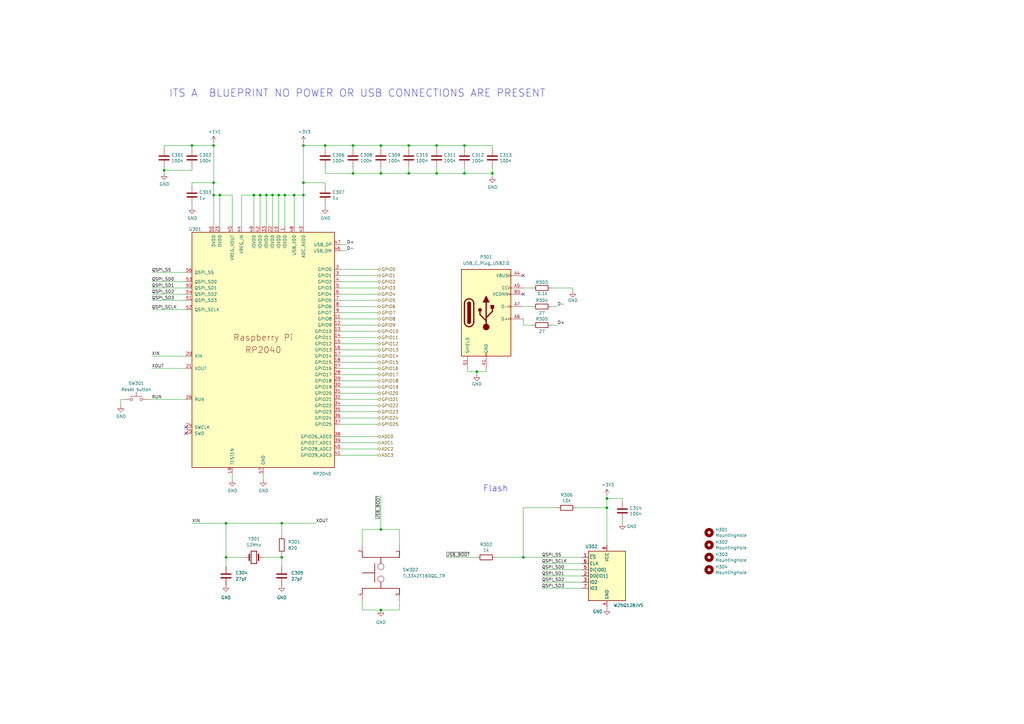
<source format=kicad_sch>
(kicad_sch (version 20250114) (generator "eeschema") (generator_version "9.0")
  (paper "A3")
  (lib_symbols
    (symbol "Connector:USB_C_Plug_USB2.0" (pin_names (offset 1.016))
      (property "Reference" "P" (at -10.16 19.05 0))
      (property "Value" "USB_C_Plug_USB2.0" (at 12.7 19.05 0))
      (symbol "USB_C_Plug_USB2.0_0_0"
        (rectangle (start -0.254 -17.78) (end 0.254 -16.764))
        (rectangle (start 10.16 15.494) (end 9.144 14.986))
        (rectangle (start 10.16 10.414) (end 9.144 9.906))
        (rectangle (start 10.16 7.874) (end 9.144 7.366))
        (rectangle (start 10.16 2.794) (end 9.144 2.286))
        (rectangle (start 10.16 -2.286) (end 9.144 -2.794))
      )
      (symbol "USB_C_Plug_USB2.0_0_1"
        (rectangle (start -10.16 17.78) (end 10.16 -17.78) (stroke (width 0.254)) (fill (type background)))
        (polyline (pts (xy -8.89 -3.81) (xy -8.89 3.81)) (stroke (width 0.508)))
        (rectangle (start -7.62 -3.81) (end -6.35 3.81) (stroke (width 0.254)) (fill (type outline)))
        (arc (start -7.62 3.81) (mid -6.985 4.4423) (end -6.35 3.81) (stroke (width 0.254)))
        (arc (start -7.62 3.81) (mid -6.985 4.4423) (end -6.35 3.81) (stroke (width 0.254)) (fill (type outline)))
        (arc (start -8.89 3.81) (mid -6.985 5.7067) (end -5.08 3.81) (stroke (width 0.508)))
        (arc (start -5.08 -3.81) (mid -6.985 -5.7067) (end -8.89 -3.81) (stroke (width 0.508)))
        (arc (start -6.35 -3.81) (mid -6.985 -4.4423) (end -7.62 -3.81) (stroke (width 0.254)))
        (arc (start -6.35 -3.81) (mid -6.985 -4.4423) (end -7.62 -3.81) (stroke (width 0.254)) (fill (type outline)))
        (polyline (pts (xy -5.08 3.81) (xy -5.08 -3.81)) (stroke (width 0.508)))
        (circle (center -2.54 1.143) (radius 0.635) (stroke (width 0.254)) (fill (type outline)))
        (polyline (pts (xy -1.27 4.318) (xy 0 6.858) (xy 1.27 4.318) (xy -1.27 4.318)) (stroke (width 0.254)) (fill (type outline)))
        (polyline (pts (xy 0 -2.032) (xy 2.54 0.508) (xy 2.54 1.778)) (stroke (width 0.508)))
        (polyline (pts (xy 0 -3.302) (xy -2.54 -0.762) (xy -2.54 0.508)) (stroke (width 0.508)))
        (polyline (pts (xy 0 -5.842) (xy 0 4.318)) (stroke (width 0.508)))
        (circle (center 0 -5.842) (radius 1.27) (fill (type outline)))
        (rectangle (start 1.905 1.778) (end 3.175 3.048) (stroke (width 0.254)) (fill (type outline)))
      )
      (symbol "USB_C_Plug_USB2.0_1_1"
        (pin passive line (at -7.62 -22.86 90) (length 5.08) (name "SHIELD") (number "S1"))
        (pin passive line (at 0 -22.86 90) (length 5.08) (name "GND") (number "A1"))
        (pin passive line (at 0 -22.86 90) (length 5.08) (hide yes) (name "GND") (number "A12"))
        (pin passive line (at 0 -22.86 90) (length 5.08) (hide yes) (name "GND") (number "B1"))
        (pin passive line (at 0 -22.86 90) (length 5.08) (hide yes) (name "GND") (number "B12"))
        (pin passive line (at 15.24 15.24 180) (length 5.08) (name "VBUS") (number "A4"))
        (pin passive line (at 15.24 15.24 180) (length 5.08) (hide yes) (name "VBUS") (number "A9"))
        (pin passive line (at 15.24 15.24 180) (length 5.08) (hide yes) (name "VBUS") (number "B4"))
        (pin passive line (at 15.24 15.24 180) (length 5.08) (hide yes) (name "VBUS") (number "B9"))
        (pin bidirectional line (at 15.24 10.16 180) (length 5.08) (name "CC") (number "A5"))
        (pin bidirectional line (at 15.24 7.62 180) (length 5.08) (name "VCONN") (number "B5"))
        (pin bidirectional line (at 15.24 2.54 180) (length 5.08) (name "D-") (number "A7"))
        (pin bidirectional line (at 15.24 -2.54 180) (length 5.08) (name "D+") (number "A6"))
      )
    )
    (symbol "Device:C" (pin_numbers (hide yes)) (pin_names (offset 0.254))
      (property "Reference" "C" (at 0.635 2.54 0))
      (property "Value" "C" (at 0.635 -2.54 0))
      (symbol "C_0_1"
        (polyline (pts (xy -2.032 0.762) (xy 2.032 0.762)) (stroke (width 0.508)))
        (polyline (pts (xy -2.032 -0.762) (xy 2.032 -0.762)) (stroke (width 0.508)))
      )
      (symbol "C_1_1"
        (pin passive line (at 0 3.81 270) (length 2.794) (name "~") (number "1"))
        (pin passive line (at 0 -3.81 90) (length 2.794) (name "~") (number "2"))
      )
    )
    (symbol "Device:Crystal" (pin_numbers (hide yes)) (pin_names (offset 1.016) (hide yes))
      (property "Reference" "Y" (at 0 3.81 0))
      (property "Value" "Crystal" (at 0 -3.81 0))
      (symbol "Crystal_0_1"
        (polyline (pts (xy -2.54 0) (xy -1.905 0)))
        (polyline (pts (xy -1.905 -1.27) (xy -1.905 1.27)) (stroke (width 0.508)))
        (rectangle (start -1.143 2.54) (end 1.143 -2.54) (stroke (width 0.3048)))
        (polyline (pts (xy 1.905 -1.27) (xy 1.905 1.27)) (stroke (width 0.508)))
        (polyline (pts (xy 2.54 0) (xy 1.905 0)))
      )
      (symbol "Crystal_1_1"
        (pin passive line (at -3.81 0 0) (length 1.27) (name "1") (number "1"))
        (pin passive line (at 3.81 0 180) (length 1.27) (name "2") (number "2"))
      )
    )
    (symbol "Device:R" (pin_numbers (hide yes)) (pin_names (offset 0))
      (property "Reference" "R" (at 2.032 0 90))
      (property "Value" "R" (at 0 0 90))
      (symbol "R_0_1"
        (rectangle (start -1.016 -2.54) (end 1.016 2.54) (stroke (width 0.254)))
      )
      (symbol "R_1_1"
        (pin passive line (at 0 3.81 270) (length 1.27) (name "~") (number "1"))
        (pin passive line (at 0 -3.81 90) (length 1.27) (name "~") (number "2"))
      )
    )
    (symbol "GND_1" (power) (pin_numbers (hide yes)) (pin_names (offset 0) (hide yes))
      (property "Value" "GND" (at 0 -3.81 0))
      (symbol "GND_1_0_1"
        (polyline (pts (xy 0 0) (xy 0 -1.27) (xy 1.27 -1.27) (xy 0 -2.54) (xy -1.27 -1.27) (xy 0 -1.27)))
      )
      (symbol "GND_1_1_1"
        (pin power_in line (at 0 0 270) (length 0) (name "~") (number "1"))
      )
    )
    (symbol "GND_2" (power) (pin_numbers (hide yes)) (pin_names (offset 0) (hide yes))
      (property "Value" "GND" (at 0 -3.81 0))
      (symbol "GND_2_0_1"
        (polyline (pts (xy 0 0) (xy 0 -1.27) (xy 1.27 -1.27) (xy 0 -2.54) (xy -1.27 -1.27) (xy 0 -1.27)))
      )
      (symbol "GND_2_1_1"
        (pin power_in line (at 0 0 270) (length 0) (name "~") (number "1"))
      )
    )
    (symbol "MCU_RaspberryPi_RP2040:RP2040" (pin_names (offset 1.016))
      (property "Reference" "U" (at -29.21 49.53 0))
      (property "Value" "RP2040" (at 24.13 -49.53 0))
      (symbol "RP2040_0_0"
        (text "Raspberry Pi" (at 0 5.08 0) (effects (font (size 2.54 2.54))))
        (text "RP2040" (at 0 0 0) (effects (font (size 2.54 2.54))))
      )
      (symbol "RP2040_0_1"
        (rectangle (start 29.21 48.26) (end -29.21 -48.26) (stroke (width 0.254)) (fill (type background)))
      )
      (symbol "RP2040_1_1"
        (pin bidirectional line (at -31.75 31.75 0) (length 2.54) (name "QSPI_SS") (number "56"))
        (pin bidirectional line (at -31.75 27.94 0) (length 2.54) (name "QSPI_SD0") (number "53"))
        (pin bidirectional line (at -31.75 25.4 0) (length 2.54) (name "QSPI_SD1") (number "55"))
        (pin bidirectional line (at -31.75 22.86 0) (length 2.54) (name "QSPI_SD2") (number "54"))
        (pin bidirectional line (at -31.75 20.32 0) (length 2.54) (name "QSPI_SD3") (number "51"))
        (pin output line (at -31.75 16.51 0) (length 2.54) (name "QSPI_SCLK") (number "52"))
        (pin input line (at -31.75 -2.54 0) (length 2.54) (name "XIN") (number "20"))
        (pin passive line (at -31.75 -7.62 0) (length 2.54) (name "XOUT") (number "21"))
        (pin input line (at -31.75 -20.32 0) (length 2.54) (name "RUN") (number "26"))
        (pin output line (at -31.75 -31.75 0) (length 2.54) (name "SWCLK") (number "24"))
        (pin bidirectional line (at -31.75 -34.29 0) (length 2.54) (name "SWD") (number "25"))
        (pin power_in line (at -20.32 50.8 270) (length 2.54) (name "DVDD") (number "50"))
        (pin power_in line (at -17.78 50.8 270) (length 2.54) (name "DVDD") (number "23"))
        (pin power_out line (at -12.7 50.8 270) (length 2.54) (name "VREG_VOUT") (number "45"))
        (pin passive line (at -12.7 -50.8 90) (length 2.54) (name "TESTEN") (number "19"))
        (pin power_in line (at -8.89 50.8 270) (length 2.54) (name "VREG_IN") (number "44"))
        (pin power_in line (at -3.81 50.8 270) (length 2.54) (name "IOVDD") (number "49"))
        (pin power_in line (at -1.27 50.8 270) (length 2.54) (name "IOVDD") (number "42"))
        (pin power_in line (at 0 -50.8 90) (length 2.54) (name "GND") (number "57"))
        (pin power_in line (at 1.27 50.8 270) (length 2.54) (name "IOVDD") (number "33"))
        (pin power_in line (at 3.81 50.8 270) (length 2.54) (name "IOVDD") (number "22"))
        (pin power_in line (at 6.35 50.8 270) (length 2.54) (name "IOVDD") (number "10"))
        (pin power_in line (at 8.89 50.8 270) (length 2.54) (name "IOVDD") (number "1"))
        (pin power_in line (at 12.7 50.8 270) (length 2.54) (name "USB_VDD") (number "48"))
        (pin power_in line (at 16.51 50.8 270) (length 2.54) (name "ADC_AVDD") (number "43"))
        (pin bidirectional line (at 31.75 43.18 180) (length 2.54) (name "USB_DP") (number "47"))
        (pin bidirectional line (at 31.75 40.64 180) (length 2.54) (name "USB_DM") (number "46"))
        (pin bidirectional line (at 31.75 33.02 180) (length 2.54) (name "GPIO0") (number "2"))
        (pin bidirectional line (at 31.75 30.48 180) (length 2.54) (name "GPIO1") (number "3"))
        (pin bidirectional line (at 31.75 27.94 180) (length 2.54) (name "GPIO2") (number "4"))
        (pin bidirectional line (at 31.75 25.4 180) (length 2.54) (name "GPIO3") (number "5"))
        (pin bidirectional line (at 31.75 22.86 180) (length 2.54) (name "GPIO4") (number "6"))
        (pin bidirectional line (at 31.75 20.32 180) (length 2.54) (name "GPIO5") (number "7"))
        (pin bidirectional line (at 31.75 17.78 180) (length 2.54) (name "GPIO6") (number "8"))
        (pin bidirectional line (at 31.75 15.24 180) (length 2.54) (name "GPIO7") (number "9"))
        (pin bidirectional line (at 31.75 12.7 180) (length 2.54) (name "GPIO8") (number "11"))
        (pin bidirectional line (at 31.75 10.16 180) (length 2.54) (name "GPIO9") (number "12"))
        (pin bidirectional line (at 31.75 7.62 180) (length 2.54) (name "GPIO10") (number "13"))
        (pin bidirectional line (at 31.75 5.08 180) (length 2.54) (name "GPIO11") (number "14"))
        (pin bidirectional line (at 31.75 2.54 180) (length 2.54) (name "GPIO12") (number "15"))
        (pin bidirectional line (at 31.75 0 180) (length 2.54) (name "GPIO13") (number "16"))
        (pin bidirectional line (at 31.75 -2.54 180) (length 2.54) (name "GPIO14") (number "17"))
        (pin bidirectional line (at 31.75 -5.08 180) (length 2.54) (name "GPIO15") (number "18"))
        (pin bidirectional line (at 31.75 -7.62 180) (length 2.54) (name "GPIO16") (number "27"))
        (pin bidirectional line (at 31.75 -10.16 180) (length 2.54) (name "GPIO17") (number "28"))
        (pin bidirectional line (at 31.75 -12.7 180) (length 2.54) (name "GPIO18") (number "29"))
        (pin bidirectional line (at 31.75 -15.24 180) (length 2.54) (name "GPIO19") (number "30"))
        (pin bidirectional line (at 31.75 -17.78 180) (length 2.54) (name "GPIO20") (number "31"))
        (pin bidirectional line (at 31.75 -20.32 180) (length 2.54) (name "GPIO21") (number "32"))
        (pin bidirectional line (at 31.75 -22.86 180) (length 2.54) (name "GPIO22") (number "34"))
        (pin bidirectional line (at 31.75 -25.4 180) (length 2.54) (name "GPIO23") (number "35"))
        (pin bidirectional line (at 31.75 -27.94 180) (length 2.54) (name "GPIO24") (number "36"))
        (pin bidirectional line (at 31.75 -30.48 180) (length 2.54) (name "GPIO25") (number "37"))
        (pin bidirectional line (at 31.75 -35.56 180) (length 2.54) (name "GPIO26_ADC0") (number "38"))
        (pin bidirectional line (at 31.75 -38.1 180) (length 2.54) (name "GPIO27_ADC1") (number "39"))
        (pin bidirectional line (at 31.75 -40.64 180) (length 2.54) (name "GPIO28_ADC2") (number "40"))
        (pin bidirectional line (at 31.75 -43.18 180) (length 2.54) (name "GPIO29_ADC3") (number "41"))
      )
    )
    (symbol "Mechanical:MountingHole" (pin_names (offset 1.016))
      (property "Reference" "H" (at 0 5.08 0))
      (property "Value" "MountingHole" (at 0 3.175 0))
      (symbol "MountingHole_0_1"
        (circle (center 0 0) (radius 1.27) (stroke (width 1.27)))
      )
    )
    (symbol "Memory_Flash:W25Q128JVS"
      (property "Reference" "U" (at -8.89 8.89 0))
      (property "Value" "W25Q128JVS" (at 7.62 8.89 0))
      (symbol "W25Q128JVS_0_1"
        (rectangle (start -7.62 10.16) (end 7.62 -10.16) (stroke (width 0.254)) (fill (type background)))
      )
      (symbol "W25Q128JVS_1_1"
        (pin input line (at -10.16 7.62 0) (length 2.54) (name "~{CS}") (number "1"))
        (pin input line (at -10.16 5.08 0) (length 2.54) (name "CLK") (number "6"))
        (pin bidirectional line (at -10.16 2.54 0) (length 2.54) (name "DI(IO0)") (number "5"))
        (pin bidirectional line (at -10.16 0 0) (length 2.54) (name "DO(IO1)") (number "2"))
        (pin bidirectional line (at -10.16 -2.54 0) (length 2.54) (name "IO2") (number "3"))
        (pin bidirectional line (at -10.16 -5.08 0) (length 2.54) (name "IO3") (number "7"))
        (pin power_in line (at 0 12.7 270) (length 2.54) (name "VCC") (number "8"))
        (pin power_in line (at 0 -12.7 90) (length 2.54) (name "GND") (number "4"))
      )
    )
    (symbol "Switch:SW_Push" (pin_numbers (hide yes)) (pin_names (offset 1.016) (hide yes))
      (property "Reference" "SW" (at 1.27 2.54 0))
      (property "Value" "SW_Push" (at 0 -1.524 0))
      (symbol "SW_Push_0_1"
        (circle (center -2.032 0) (radius 0.508))
        (polyline (pts (xy 0 1.27) (xy 0 3.048)))
        (circle (center 2.032 0) (radius 0.508))
        (polyline (pts (xy 2.54 1.27) (xy -2.54 1.27)))
        (pin passive line (at -5.08 0 0) (length 2.54) (name "1") (number "1"))
        (pin passive line (at 5.08 0 180) (length 2.54) (name "2") (number "2"))
      )
    )
    (symbol "TL3342F160QG_TR:TL3342F160QG_TR" (pin_names (offset 1.016))
      (property "Reference" "SW" (at -12.7292 16.5481 0))
      (property "Value" "TL3342F160QG_TR" (at -12.7326 -17.8256 0))
      (symbol "TL3342F160QG_TR_0_0"
        (polyline (pts (xy -7.62 6.35) (xy -7.62 8.89)) (stroke (width 0.254)))
        (polyline (pts (xy -7.62 6.35) (xy 7.62 6.35)) (stroke (width 0.254)))
        (polyline (pts (xy -7.62 -6.35) (xy -7.62 -8.89)) (stroke (width 0.254)))
        (polyline (pts (xy -7.62 -6.35) (xy 7.62 -6.35)) (stroke (width 0.254)))
        (polyline (pts (xy 0 6.35) (xy 0 3.81)) (stroke (width 0.254)))
        (circle (center 0 2.54) (radius 1.27))
        (circle (center 0 -2.54) (radius 1.27))
        (polyline (pts (xy 0 -3.81) (xy 0 -6.35)) (stroke (width 0.254)))
        (polyline (pts (xy 2.54 3.81) (xy 2.54 0)) (stroke (width 0.254)))
        (polyline (pts (xy 2.54 0) (xy 2.54 -3.81)) (stroke (width 0.254)))
        (polyline (pts (xy 2.54 0) (xy 7.62 0)) (stroke (width 0.254)))
        (polyline (pts (xy 7.62 6.35) (xy 7.62 8.89)) (stroke (width 0.254)))
        (polyline (pts (xy 7.62 -6.35) (xy 7.62 -8.89)) (stroke (width 0.254)))
        (pin passive line (at -7.62 11.43 270) (length 5.08) (name "~") (number "3"))
        (pin passive line (at -7.62 -11.43 90) (length 5.08) (name "~") (number "1"))
        (pin passive line (at 7.62 11.43 270) (length 5.08) (name "~") (number "4"))
        (pin passive line (at 7.62 -11.43 90) (length 5.08) (name "~") (number "2"))
      )
    )
    (symbol "power:+1V1" (power) (pin_names (offset 0))
      (property "Value" "+1V1" (at 0 3.556 0))
      (symbol "+1V1_0_1"
        (polyline (pts (xy -0.762 1.27) (xy 0 2.54)))
        (polyline (pts (xy 0 2.54) (xy 0.762 1.27)))
        (polyline (pts (xy 0 0) (xy 0 2.54)))
      )
      (symbol "+1V1_1_1"
        (pin power_in line (at 0 0 90) (length 0) (hide yes) (name "+1V1") (number "1"))
      )
    )
    (symbol "power:+3V3" (power) (pin_names (offset 0))
      (property "Value" "+3V3" (at 0 3.556 0))
      (symbol "+3V3_0_1"
        (polyline (pts (xy -0.762 1.27) (xy 0 2.54)))
        (polyline (pts (xy 0 2.54) (xy 0.762 1.27)))
        (polyline (pts (xy 0 0) (xy 0 2.54)))
      )
      (symbol "+3V3_1_1"
        (pin power_in line (at 0 0 90) (length 0) (hide yes) (name "+3V3") (number "1"))
      )
    )
    (symbol "power:GND" (power) (pin_names (offset 0))
      (property "Value" "GND" (at 0 -3.81 0))
      (symbol "GND_0_1"
        (polyline (pts (xy 0 0) (xy 0 -1.27) (xy 1.27 -1.27) (xy 0 -2.54) (xy -1.27 -1.27) (xy 0 -1.27)))
      )
      (symbol "GND_1_1"
        (pin power_in line (at 0 0 270) (length 0) (hide yes) (name "GND") (number "1"))
      )
    )
  )
  (text "Flash" (at 198.12 201.93 0) (effects (font (size 2.54 2.54)) (justify left bottom)))
  (text "ITS A  BLUEPRINT NO POWER OR USB CONNECTIONS ARE PRESENT" (at 146.558 38.354 0) (effects (font (size 3.048 3.048))))
  (junction (at 109.22 80.01))
  (junction (at 116.84 80.01))
  (junction (at 190.5 71.12))
  (junction (at 133.35 59.69))
  (junction (at 115.57 214.63))
  (junction (at 87.63 74.93))
  (junction (at 167.64 59.69))
  (junction (at 104.14 80.01))
  (junction (at 179.07 59.69))
  (junction (at 201.93 71.12))
  (junction (at 190.5 59.69))
  (junction (at 124.46 59.69))
  (junction (at 67.31 69.85))
  (junction (at 248.92 208.28))
  (junction (at 248.92 204.47))
  (junction (at 90.17 80.01))
  (junction (at 156.21 250.19))
  (junction (at 124.46 74.93))
  (junction (at 156.21 59.69))
  (junction (at 124.46 80.01))
  (junction (at 156.21 71.12))
  (junction (at 106.68 80.01))
  (junction (at 156.21 217.17))
  (junction (at 214.63 228.6))
  (junction (at 114.3 80.01))
  (junction (at 78.74 59.69))
  (junction (at 167.64 71.12))
  (junction (at 87.63 80.01))
  (junction (at 92.71 214.63))
  (junction (at 115.57 228.6))
  (junction (at 120.65 80.01))
  (junction (at 92.71 228.6))
  (junction (at 179.07 71.12))
  (junction (at 111.76 80.01))
  (junction (at 195.58 152.4))
  (junction (at 87.63 59.69))
  (junction (at 144.78 59.69))
  (junction (at 144.78 71.12))
  (no_connect (at 76.2 177.8))
  (no_connect (at 76.2 175.26))
  (no_connect (at 214.63 120.65))
  (no_connect (at 214.63 113.03))
  (wire (pts (xy 139.7 120.65) (xy 154.94 120.65)))
  (wire (pts (xy 111.76 80.01) (xy 114.3 80.01)))
  (wire (pts (xy 49.53 163.83) (xy 50.8 163.83)))
  (wire (pts (xy 133.35 83.82) (xy 133.35 85.09)))
  (wire (pts (xy 139.7 168.91) (xy 154.94 168.91)))
  (wire (pts (xy 201.93 68.58) (xy 201.93 71.12)))
  (wire (pts (xy 226.06 118.11) (xy 234.95 118.11)))
  (wire (pts (xy 124.46 59.69) (xy 124.46 74.93)))
  (wire (pts (xy 156.21 71.12) (xy 144.78 71.12)))
  (wire (pts (xy 156.21 203.2) (xy 156.21 217.17)))
  (wire (pts (xy 99.06 80.01) (xy 104.14 80.01)))
  (wire (pts (xy 139.7 135.89) (xy 154.94 135.89)))
  (wire (pts (xy 139.7 100.33) (xy 142.24 100.33)))
  (wire (pts (xy 139.7 158.75) (xy 154.94 158.75)))
  (wire (pts (xy 106.68 92.71) (xy 106.68 80.01)))
  (wire (pts (xy 99.06 92.71) (xy 99.06 80.01)))
  (wire (pts (xy 156.21 250.19) (xy 163.83 250.19)))
  (wire (pts (xy 214.63 208.28) (xy 228.6 208.28)))
  (wire (pts (xy 115.57 228.6) (xy 115.57 232.41)))
  (wire (pts (xy 87.63 59.69) (xy 87.63 74.93)))
  (wire (pts (xy 201.93 60.96) (xy 201.93 59.69)))
  (wire (pts (xy 90.17 92.71) (xy 90.17 80.01)))
  (wire (pts (xy 226.06 125.73) (xy 228.6 125.73)))
  (wire (pts (xy 148.59 223.52) (xy 148.59 217.17)))
  (wire (pts (xy 87.63 80.01) (xy 87.63 92.71)))
  (wire (pts (xy 62.23 123.19) (xy 76.2 123.19)))
  (wire (pts (xy 156.21 68.58) (xy 156.21 71.12)))
  (wire (pts (xy 92.71 228.6) (xy 92.71 232.41)))
  (wire (pts (xy 238.76 233.68) (xy 222.25 233.68)))
  (wire (pts (xy 199.39 152.4) (xy 199.39 151.13)))
  (wire (pts (xy 139.7 161.29) (xy 154.94 161.29)))
  (wire (pts (xy 248.92 249.555) (xy 248.92 248.92)))
  (wire (pts (xy 167.64 60.96) (xy 167.64 59.69)))
  (wire (pts (xy 214.63 130.81) (xy 214.63 133.35)))
  (wire (pts (xy 62.23 118.11) (xy 76.2 118.11)))
  (wire (pts (xy 104.14 80.01) (xy 106.68 80.01)))
  (wire (pts (xy 190.5 71.12) (xy 179.07 71.12)))
  (wire (pts (xy 139.7 171.45) (xy 154.94 171.45)))
  (wire (pts (xy 179.07 60.96) (xy 179.07 59.69)))
  (wire (pts (xy 92.71 214.63) (xy 92.71 228.6)))
  (wire (pts (xy 116.84 80.01) (xy 120.65 80.01)))
  (wire (pts (xy 214.63 133.35) (xy 218.44 133.35)))
  (wire (pts (xy 179.07 59.69) (xy 190.5 59.69)))
  (wire (pts (xy 111.76 92.71) (xy 111.76 80.01)))
  (wire (pts (xy 78.74 83.82) (xy 78.74 85.09)))
  (wire (pts (xy 139.7 125.73) (xy 154.94 125.73)))
  (wire (pts (xy 139.7 128.27) (xy 154.94 128.27)))
  (wire (pts (xy 214.63 125.73) (xy 218.44 125.73)))
  (wire (pts (xy 139.7 173.99) (xy 154.94 173.99)))
  (wire (pts (xy 67.31 69.85) (xy 67.31 71.12)))
  (wire (pts (xy 67.31 59.69) (xy 78.74 59.69)))
  (wire (pts (xy 133.35 60.96) (xy 133.35 59.69)))
  (wire (pts (xy 148.59 250.19) (xy 156.21 250.19)))
  (wire (pts (xy 139.7 148.59) (xy 154.94 148.59)))
  (wire (pts (xy 139.7 130.81) (xy 154.94 130.81)))
  (wire (pts (xy 78.74 76.2) (xy 78.74 74.93)))
  (wire (pts (xy 115.57 214.63) (xy 129.54 214.63)))
  (wire (pts (xy 124.46 74.93) (xy 124.46 80.01)))
  (wire (pts (xy 255.27 205.74) (xy 255.27 204.47)))
  (wire (pts (xy 179.07 68.58) (xy 179.07 71.12)))
  (wire (pts (xy 114.3 92.71) (xy 114.3 80.01)))
  (wire (pts (xy 95.25 80.01) (xy 90.17 80.01)))
  (wire (pts (xy 163.83 217.17) (xy 163.83 223.52)))
  (wire (pts (xy 234.95 118.11) (xy 234.95 119.38)))
  (wire (pts (xy 76.2 127) (xy 62.23 127)))
  (wire (pts (xy 133.35 59.69) (xy 144.78 59.69)))
  (wire (pts (xy 139.7 146.05) (xy 154.94 146.05)))
  (wire (pts (xy 139.7 163.83) (xy 154.94 163.83)))
  (wire (pts (xy 214.63 208.28) (xy 214.63 228.6)))
  (wire (pts (xy 60.96 163.83) (xy 76.2 163.83)))
  (wire (pts (xy 167.64 59.69) (xy 179.07 59.69)))
  (wire (pts (xy 90.17 80.01) (xy 87.63 80.01)))
  (wire (pts (xy 139.7 115.57) (xy 154.94 115.57)))
  (wire (pts (xy 238.76 236.22) (xy 222.25 236.22)))
  (wire (pts (xy 139.7 153.67) (xy 154.94 153.67)))
  (wire (pts (xy 248.92 208.28) (xy 248.92 223.52)))
  (wire (pts (xy 226.06 133.35) (xy 228.6 133.35)))
  (wire (pts (xy 67.31 69.85) (xy 78.74 69.85)))
  (wire (pts (xy 78.74 59.69) (xy 87.63 59.69)))
  (wire (pts (xy 156.21 59.69) (xy 167.64 59.69)))
  (wire (pts (xy 248.92 204.47) (xy 248.92 208.28)))
  (wire (pts (xy 120.65 80.01) (xy 124.46 80.01)))
  (wire (pts (xy 107.95 194.31) (xy 107.95 196.85)))
  (wire (pts (xy 76.2 151.13) (xy 62.23 151.13)))
  (wire (pts (xy 144.78 59.69) (xy 156.21 59.69)))
  (wire (pts (xy 78.74 60.96) (xy 78.74 59.69)))
  (wire (pts (xy 203.2 228.6) (xy 214.63 228.6)))
  (wire (pts (xy 76.2 111.76) (xy 62.23 111.76)))
  (wire (pts (xy 139.7 166.37) (xy 154.94 166.37)))
  (wire (pts (xy 139.7 184.15) (xy 154.94 184.15)))
  (wire (pts (xy 190.5 71.12) (xy 201.93 71.12)))
  (wire (pts (xy 78.74 69.85) (xy 78.74 68.58)))
  (wire (pts (xy 156.21 60.96) (xy 156.21 59.69)))
  (wire (pts (xy 120.65 92.71) (xy 120.65 80.01)))
  (wire (pts (xy 148.59 217.17) (xy 156.21 217.17)))
  (wire (pts (xy 78.74 214.63) (xy 92.71 214.63)))
  (wire (pts (xy 195.58 228.6) (xy 182.88 228.6)))
  (wire (pts (xy 144.78 60.96) (xy 144.78 59.69)))
  (wire (pts (xy 139.7 118.11) (xy 154.94 118.11)))
  (wire (pts (xy 238.76 241.3) (xy 222.25 241.3)))
  (wire (pts (xy 190.5 68.58) (xy 190.5 71.12)))
  (wire (pts (xy 67.31 68.58) (xy 67.31 69.85)))
  (wire (pts (xy 92.71 214.63) (xy 115.57 214.63)))
  (wire (pts (xy 87.63 58.42) (xy 87.63 59.69)))
  (wire (pts (xy 124.46 80.01) (xy 124.46 92.71)))
  (wire (pts (xy 238.76 238.76) (xy 222.25 238.76)))
  (wire (pts (xy 248.92 203.2) (xy 248.92 204.47)))
  (wire (pts (xy 62.23 120.65) (xy 76.2 120.65)))
  (wire (pts (xy 167.64 68.58) (xy 167.64 71.12)))
  (wire (pts (xy 191.77 151.13) (xy 191.77 152.4)))
  (wire (pts (xy 148.59 246.38) (xy 148.59 250.19)))
  (wire (pts (xy 201.93 71.12) (xy 201.93 72.39)))
  (wire (pts (xy 195.58 152.4) (xy 195.58 153.67)))
  (wire (pts (xy 139.7 133.35) (xy 154.94 133.35)))
  (wire (pts (xy 139.7 113.03) (xy 154.94 113.03)))
  (wire (pts (xy 139.7 140.97) (xy 154.94 140.97)))
  (wire (pts (xy 190.5 60.96) (xy 190.5 59.69)))
  (wire (pts (xy 139.7 123.19) (xy 154.94 123.19)))
  (wire (pts (xy 49.53 166.37) (xy 49.53 163.83)))
  (wire (pts (xy 107.95 228.6) (xy 115.57 228.6)))
  (wire (pts (xy 144.78 71.12) (xy 133.35 71.12)))
  (wire (pts (xy 106.68 80.01) (xy 109.22 80.01)))
  (wire (pts (xy 179.07 71.12) (xy 167.64 71.12)))
  (wire (pts (xy 78.74 74.93) (xy 87.63 74.93)))
  (wire (pts (xy 62.23 115.57) (xy 76.2 115.57)))
  (wire (pts (xy 139.7 186.69) (xy 154.94 186.69)))
  (wire (pts (xy 139.7 179.07) (xy 154.94 179.07)))
  (wire (pts (xy 191.77 152.4) (xy 195.58 152.4)))
  (wire (pts (xy 116.84 80.01) (xy 116.84 92.71)))
  (wire (pts (xy 139.7 102.87) (xy 142.24 102.87)))
  (wire (pts (xy 133.35 68.58) (xy 133.35 71.12)))
  (wire (pts (xy 100.33 228.6) (xy 92.71 228.6)))
  (wire (pts (xy 236.22 208.28) (xy 248.92 208.28)))
  (wire (pts (xy 163.83 246.38) (xy 163.83 250.19)))
  (wire (pts (xy 195.58 152.4) (xy 199.39 152.4)))
  (wire (pts (xy 139.7 138.43) (xy 154.94 138.43)))
  (wire (pts (xy 190.5 59.69) (xy 201.93 59.69)))
  (wire (pts (xy 124.46 59.69) (xy 133.35 59.69)))
  (wire (pts (xy 167.64 71.12) (xy 156.21 71.12)))
  (wire (pts (xy 144.78 68.58) (xy 144.78 71.12)))
  (wire (pts (xy 255.27 204.47) (xy 248.92 204.47)))
  (wire (pts (xy 104.14 92.71) (xy 104.14 80.01)))
  (wire (pts (xy 114.3 80.01) (xy 116.84 80.01)))
  (wire (pts (xy 139.7 143.51) (xy 154.94 143.51)))
  (wire (pts (xy 222.25 231.14) (xy 238.76 231.14)))
  (wire (pts (xy 156.21 217.17) (xy 163.83 217.17)))
  (wire (pts (xy 124.46 58.42) (xy 124.46 59.69)))
  (wire (pts (xy 139.7 110.49) (xy 154.94 110.49)))
  (wire (pts (xy 214.63 228.6) (xy 238.76 228.6)))
  (wire (pts (xy 255.27 213.36) (xy 255.27 214.63)))
  (wire (pts (xy 214.63 118.11) (xy 218.44 118.11)))
  (wire (pts (xy 67.31 60.96) (xy 67.31 59.69)))
  (wire (pts (xy 124.46 74.93) (xy 133.35 74.93)))
  (wire (pts (xy 139.7 181.61) (xy 154.94 181.61)))
  (wire (pts (xy 109.22 80.01) (xy 111.76 80.01)))
  (wire (pts (xy 115.57 227.33) (xy 115.57 228.6)))
  (wire (pts (xy 139.7 156.21) (xy 154.94 156.21)))
  (wire (pts (xy 133.35 76.2) (xy 133.35 74.93)))
  (wire (pts (xy 109.22 92.71) (xy 109.22 80.01)))
  (wire (pts (xy 87.63 74.93) (xy 87.63 80.01)))
  (wire (pts (xy 95.25 92.71) (xy 95.25 80.01)))
  (wire (pts (xy 95.25 194.31) (xy 95.25 196.85)))
  (wire (pts (xy 115.57 214.63) (xy 115.57 219.71)))
  (wire (pts (xy 62.23 146.05) (xy 76.2 146.05)))
  (wire (pts (xy 139.7 151.13) (xy 154.94 151.13)))
  (label "XIN" (at 78.74 214.63 0))
  (label "QSPI_SS" (at 222.25 228.6 0))
  (label "QSPI_SD3" (at 62.23 123.19 0))
  (label "QSPI_SD1" (at 62.23 118.11 0))
  (label "~{USB_BOOT}" (at 156.21 203.2 270))
  (label "QSPI_SCLK" (at 222.25 231.14 0))
  (label "XOUT" (at 129.54 214.63 0))
  (label "RUN" (at 62.23 163.83 0))
  (label "QSPI_SCLK" (at 62.23 127 0))
  (label "XOUT" (at 62.23 151.13 0))
  (label "~{USB_BOOT}" (at 182.88 228.6 0))
  (label "QSPI_SS" (at 62.23 111.76 0))
  (label "QSPI_SD2" (at 222.25 238.76 0))
  (label "XIN" (at 62.23 146.05 0))
  (label "D+" (at 142.24 100.33 0))
  (label "QSPI_SD1" (at 222.25 236.22 0))
  (label "QSPI_SD2" (at 62.23 120.65 0))
  (label "D+" (at 228.6 133.35 0))
  (label "D-" (at 228.6 125.73 0))
  (label "QSPI_SD0" (at 62.23 115.57 0))
  (label "D-" (at 142.24 102.87 0))
  (label "QSPI_SD0" (at 222.25 233.68 0))
  (label "QSPI_SD3" (at 222.25 241.3 0))
  (hierarchical_label "ADC3" (shape bidirectional) (at 154.94 186.69 0))
  (hierarchical_label "GPIO8" (shape bidirectional) (at 154.94 130.81 0))
  (hierarchical_label "GPIO11" (shape bidirectional) (at 154.94 138.43 0))
  (hierarchical_label "GPIO6" (shape bidirectional) (at 154.94 125.73 0))
  (hierarchical_label "GPIO15" (shape bidirectional) (at 154.94 148.59 0))
  (hierarchical_label "GPIO17" (shape bidirectional) (at 154.94 153.67 0))
  (hierarchical_label "GPIO1" (shape bidirectional) (at 154.94 113.03 0))
  (hierarchical_label "GPIO25" (shape bidirectional) (at 154.94 173.99 0))
  (hierarchical_label "ADC0" (shape bidirectional) (at 154.94 179.07 0))
  (hierarchical_label "GPIO4" (shape bidirectional) (at 154.94 120.65 0))
  (hierarchical_label "GPIO12" (shape bidirectional) (at 154.94 140.97 0))
  (hierarchical_label "GPIO20" (shape bidirectional) (at 154.94 161.29 0))
  (hierarchical_label "GPIO21" (shape bidirectional) (at 154.94 163.83 0))
  (hierarchical_label "GPIO19" (shape bidirectional) (at 154.94 158.75 0))
  (hierarchical_label "GPIO18" (shape bidirectional) (at 154.94 156.21 0))
  (hierarchical_label "GPIO14" (shape bidirectional) (at 154.94 146.05 0))
  (hierarchical_label "GPIO10" (shape bidirectional) (at 154.94 135.89 0))
  (hierarchical_label "GPIO13" (shape bidirectional) (at 154.94 143.51 0))
  (hierarchical_label "GPIO23" (shape bidirectional) (at 154.94 168.91 0))
  (hierarchical_label "GPIO3" (shape bidirectional) (at 154.94 118.11 0))
  (hierarchical_label "GPIO16" (shape bidirectional) (at 154.94 151.13 0))
  (hierarchical_label "GPIO9" (shape bidirectional) (at 154.94 133.35 0))
  (hierarchical_label "ADC1" (shape bidirectional) (at 154.94 181.61 0))
  (hierarchical_label "GPIO0" (shape bidirectional) (at 154.94 110.49 0))
  (hierarchical_label "GPIO7" (shape bidirectional) (at 154.94 128.27 0))
  (hierarchical_label "GPIO22" (shape bidirectional) (at 154.94 166.37 0))
  (hierarchical_label "GPIO24" (shape bidirectional) (at 154.94 171.45 0))
  (hierarchical_label "ADC2" (shape bidirectional) (at 154.94 184.15 0))
  (hierarchical_label "GPIO2" (shape bidirectional) (at 154.94 115.57 0))
  (hierarchical_label "GPIO5" (shape bidirectional) (at 154.94 123.19 0))
  (symbol (lib_id "MCU_RaspberryPi_RP2040:RP2040") (at 107.95 143.51 0) (unit 1)
    (property "Reference" "U301" (at 80.01 93.98 0))
    (property "Value" "RP2040" (at 132.08 194.31 0))
    (property "Footprint" "RP2040_minimal:RP2040-QFN-56" (effects (hide yes)))
  )
  (symbol (lib_id "Device:R") (at 199.39 228.6 270) (unit 1)
    (property "Reference" "R302" (at 199.39 223.3422 90))
    (property "Value" "1k" (at 199.39 225.6536 90))
    (property "Footprint" "Resistor_SMD:R_0402_1005Metric" (effects (hide yes)))
  )
  (symbol (lib_id "power:GND") (at 107.95 196.85 0) (unit 1)
    (property "Reference" "#PWR0307" (effects (hide yes)))
    (property "Value" "GND" (at 108.077 201.2442 0))
  )
  (symbol (lib_id "power:GND") (at 95.25 196.85 0) (unit 1)
    (property "Reference" "#PWR0306" (effects (hide yes)))
    (property "Value" "GND" (at 95.377 201.2442 0))
  )
  (symbol (lib_id "power:+3V3") (at 124.46 58.42 0) (unit 1)
    (property "Reference" "#PWR0309" (effects (hide yes)))
    (property "Value" "+3V3" (at 124.841 54.0258 0))
  )
  (symbol (lib_id "power:+1V1") (at 87.63 58.42 0) (unit 1)
    (property "Reference" "#PWR0304" (effects (hide yes)))
    (property "Value" "+1V1" (at 88.011 54.0258 0))
  )
  (symbol (lib_id "Device:C") (at 133.35 64.77 0) (unit 1)
    (property "Reference" "C306" (at 136.271 63.6016 0) (effects (justify left)))
    (property "Value" "100n" (at 136.271 65.913 0) (effects (justify left)))
    (property "Footprint" "Capacitor_SMD:C_0603_1608Metric_Pad1.08x0.95mm_HandSolder" (effects (hide yes)))
  )
  (symbol (lib_id "Device:C") (at 144.78 64.77 0) (unit 1)
    (property "Reference" "C308" (at 147.701 63.6016 0) (effects (justify left)))
    (property "Value" "100n" (at 147.701 65.913 0) (effects (justify left)))
    (property "Footprint" "Capacitor_SMD:C_0603_1608Metric_Pad1.08x0.95mm_HandSolder" (effects (hide yes)))
  )
  (symbol (lib_id "Device:C") (at 156.21 64.77 0) (unit 1)
    (property "Reference" "C309" (at 159.131 63.6016 0) (effects (justify left)))
    (property "Value" "100n" (at 159.131 65.913 0) (effects (justify left)))
    (property "Footprint" "Capacitor_SMD:C_0603_1608Metric_Pad1.08x0.95mm_HandSolder" (effects (hide yes)))
  )
  (symbol (lib_id "Device:C") (at 167.64 64.77 0) (unit 1)
    (property "Reference" "C310" (at 170.561 63.6016 0) (effects (justify left)))
    (property "Value" "100n" (at 170.561 65.913 0) (effects (justify left)))
    (property "Footprint" "Capacitor_SMD:C_0603_1608Metric_Pad1.08x0.95mm_HandSolder" (effects (hide yes)))
  )
  (symbol (lib_id "Device:C") (at 179.07 64.77 0) (unit 1)
    (property "Reference" "C311" (at 181.991 63.6016 0) (effects (justify left)))
    (property "Value" "100n" (at 181.991 65.913 0) (effects (justify left)))
    (property "Footprint" "Capacitor_SMD:C_0603_1608Metric_Pad1.08x0.95mm_HandSolder" (effects (hide yes)))
  )
  (symbol (lib_id "Device:C") (at 190.5 64.77 0) (unit 1)
    (property "Reference" "C312" (at 193.421 63.6016 0) (effects (justify left)))
    (property "Value" "100n" (at 193.421 65.913 0) (effects (justify left)))
    (property "Footprint" "Capacitor_SMD:C_0603_1608Metric_Pad1.08x0.95mm_HandSolder" (effects (hide yes)))
  )
  (symbol (lib_id "Device:C") (at 201.93 64.77 0) (unit 1)
    (property "Reference" "C313" (at 204.851 63.6016 0) (effects (justify left)))
    (property "Value" "100n" (at 204.851 65.913 0) (effects (justify left)))
    (property "Footprint" "Capacitor_SMD:C_0603_1608Metric_Pad1.08x0.95mm_HandSolder" (effects (hide yes)))
  )
  (symbol (lib_id "Device:C") (at 67.31 64.77 0) (unit 1)
    (property "Reference" "C301" (at 70.231 63.6016 0) (effects (justify left)))
    (property "Value" "100n" (at 70.231 65.913 0) (effects (justify left)))
    (property "Footprint" "Capacitor_SMD:C_0603_1608Metric_Pad1.08x0.95mm_HandSolder" (effects (hide yes)))
  )
  (symbol (lib_id "Device:C") (at 78.74 64.77 0) (unit 1)
    (property "Reference" "C302" (at 81.661 63.6016 0) (effects (justify left)))
    (property "Value" "100n" (at 81.661 65.913 0) (effects (justify left)))
    (property "Footprint" "Capacitor_SMD:C_0603_1608Metric_Pad1.08x0.95mm_HandSolder" (effects (hide yes)))
  )
  (symbol (lib_id "Device:C") (at 78.74 80.01 0) (unit 1)
    (property "Reference" "C303" (at 81.661 78.8416 0) (effects (justify left)))
    (property "Value" "1u" (at 81.661 81.153 0) (effects (justify left)))
    (property "Footprint" "Capacitor_SMD:C_0603_1608Metric_Pad1.08x0.95mm_HandSolder" (effects (hide yes)))
  )
  (symbol (lib_id "Device:C") (at 133.35 80.01 0) (unit 1)
    (property "Reference" "C307" (at 136.271 78.8416 0) (effects (justify left)))
    (property "Value" "1u" (at 136.271 81.153 0) (effects (justify left)))
    (property "Footprint" "Capacitor_SMD:C_0603_1608Metric_Pad1.08x0.95mm_HandSolder" (effects (hide yes)))
  )
  (symbol (lib_id "Mechanical:MountingHole") (at 290.83 218.44 0) (unit 1)
    (property "Reference" "H301" (at 293.37 217.2716 0) (effects (justify left)))
    (property "Value" "MountingHole" (at 293.37 219.583 0) (effects (justify left)))
    (property "Footprint" "MountingHole:MountingHole_2.7mm_M2.5" (effects (hide yes)))
  )
  (symbol (lib_id "Mechanical:MountingHole") (at 290.83 223.52 0) (unit 1)
    (property "Reference" "H302" (at 293.37 222.3516 0) (effects (justify left)))
    (property "Value" "MountingHole" (at 293.37 224.663 0) (effects (justify left)))
    (property "Footprint" "MountingHole:MountingHole_2.7mm_M2.5" (effects (hide yes)))
  )
  (symbol (lib_id "Mechanical:MountingHole") (at 290.83 228.6 0) (unit 1)
    (property "Reference" "H303" (at 293.37 227.4316 0) (effects (justify left)))
    (property "Value" "MountingHole" (at 293.37 229.743 0) (effects (justify left)))
    (property "Footprint" "MountingHole:MountingHole_2.7mm_M2.5" (effects (hide yes)))
  )
  (symbol (lib_id "Mechanical:MountingHole") (at 290.83 233.68 0) (unit 1)
    (property "Reference" "H304" (at 293.37 232.5116 0) (effects (justify left)))
    (property "Value" "MountingHole" (at 293.37 234.823 0) (effects (justify left)))
    (property "Footprint" "MountingHole:MountingHole_2.7mm_M2.5" (effects (hide yes)))
  )
  (symbol (lib_id "power:GND") (at 201.93 72.39 0) (unit 1)
    (property "Reference" "#PWR0313" (effects (hide yes)))
    (property "Value" "GND" (at 202.057 76.7842 0))
  )
  (symbol (lib_id "power:GND") (at 67.31 71.12 0) (unit 1)
    (property "Reference" "#PWR0302" (effects (hide yes)))
    (property "Value" "GND" (at 67.437 75.5142 0))
  )
  (symbol (lib_id "power:GND") (at 78.74 85.09 0) (unit 1)
    (property "Reference" "#PWR0303" (effects (hide yes)))
    (property "Value" "GND" (at 78.867 89.4842 0))
  )
  (symbol (lib_id "power:GND") (at 133.35 85.09 0) (unit 1)
    (property "Reference" "#PWR0310" (effects (hide yes)))
    (property "Value" "GND" (at 133.477 89.4842 0))
  )
  (symbol (lib_id "Device:R") (at 115.57 223.52 0) (unit 1)
    (property "Reference" "R301" (at 118.11 222.2499 0) (effects (justify left)))
    (property "Value" "820" (at 118.11 224.7899 0) (effects (justify left)))
    (property "Description" "Resistor" (effects (hide yes)))
  )
  (symbol (lib_id "Device:R") (at 222.25 125.73 90) (unit 1)
    (property "Reference" "R304" (at 222.25 123.19 90))
    (property "Value" "27" (at 222.25 128.27 90))
    (property "Description" "Resistor" (effects (hide yes)))
  )
  (symbol (lib_id "TL3342F160QG_TR:TL3342F160QG_TR") (at 156.21 234.95 180) (unit 1)
    (property "Reference" "SW302" (at 165.1 233.6799 0) (effects (justify right)))
    (property "Value" "TL3342F160QG_TR" (at 165.1 236.2199 0) (effects (justify right)))
    (property "Footprint" "TL3342F160QG_TR:SW_TL3342F160QG_TR" (effects (hide yes)))
    (property "MF" "E-Switch" (effects (hide yes)))
    (property "Description_1" "Tactile Switch SPST-NO Top Actuated Surface Mount" (effects (hide yes)))
    (property "Package" "None" (effects (hide yes)))
    (property "Price" "None" (effects (hide yes)))
    (property "Check_prices" "https://www.snapeda.com/parts/TL3342F160QG/TR/E-Switch/view-part/?ref=eda" (effects (hide yes)))
    (property "SnapEDA_Link" "https://www.snapeda.com/parts/TL3342F160QG/TR/E-Switch/view-part/?ref=snap" (effects (hide yes)))
    (property "MP" "TL3342F160QG/TR" (effects (hide yes)))
    (property "Availability" "In Stock" (effects (hide yes)))
    (property "MANUFACTURER" "E-Switch" (effects (hide yes)))
  )
  (symbol (lib_id "power:GND") (at 234.95 119.38 0) (unit 1)
    (property "Reference" "#PWR0314" (effects (hide yes)))
    (property "Value" "GND" (at 234.95 123.19 0))
  )
  (symbol (lib_id "Device:C") (at 92.71 236.22 0) (unit 1)
    (property "Reference" "C304" (at 96.52 234.9499 0) (effects (justify left)))
    (property "Value" "27pF" (at 96.52 237.4899 0) (effects (justify left)))
    (property "Footprint" "Capacitor_SMD:C_0603_1608Metric_Pad1.08x0.95mm_HandSolder" (effects (hide yes)))
    (property "Description" "Unpolarized capacitor" (effects (hide yes)))
  )
  (symbol (lib_id "power:GND") (at 49.53 166.37 0) (unit 1)
    (property "Reference" "#PWR0301" (effects (hide yes)))
    (property "Value" "GND" (at 49.657 170.7642 0))
  )
  (symbol (lib_id "power:GND") (at 255.27 214.63 0) (unit 1)
    (property "Reference" "#PWR0317" (effects (hide yes)))
    (property "Value" "GND" (at 259.08 215.9 0))
  )
  (symbol (lib_id "Switch:SW_Push") (at 55.88 163.83 0) (unit 1)
    (property "Reference" "SW301" (at 55.88 157.226 0))
    (property "Value" "Reset button" (at 55.88 159.766 0))
    (property "Description" "Push button switch, generic, two pins" (effects (hide yes)))
  )
  (symbol (lib_id "power:GND") (at 195.58 153.67 0) (unit 1)
    (property "Reference" "#PWR0312" (effects (hide yes)))
    (property "Value" "GND" (at 195.58 157.48 0))
  )
  (symbol (lib_id "power:GND") (at 248.92 249.555 0) (unit 1)
    (property "Reference" "#PWR0316" (effects (hide yes)))
    (property "Value" "GND" (at 245.11 250.825 0))
  )
  (symbol (lib_id "Device:C") (at 115.57 236.22 0) (unit 1)
    (property "Reference" "C305" (at 119.38 234.9499 0) (effects (justify left)))
    (property "Value" "27pF" (at 119.38 237.4899 0) (effects (justify left)))
    (property "Footprint" "Capacitor_SMD:C_0603_1608Metric_Pad1.08x0.95mm_HandSolder" (effects (hide yes)))
    (property "Description" "Unpolarized capacitor" (effects (hide yes)))
  )
  (symbol (lib_id "Device:Crystal") (at 104.14 228.6 0) (unit 1)
    (property "Reference" "Y301" (at 104.14 220.98 0))
    (property "Value" "12Mhz" (at 104.14 223.52 0))
    (property "Footprint" "Crystal:Crystal_SMD_Abracon_ABM8G-4Pin_3.2x2.5mm" (effects (hide yes)))
    (property "Datasheet" "https://dk.rs-online.com/web/p/krystalenheder/1712841" (effects (hide yes)))
    (property "Description" "Two pin crystal" (effects (hide yes)))
  )
  (symbol (lib_id "Device:R") (at 222.25 118.11 90) (unit 1)
    (property "Reference" "R303" (at 222.25 115.824 90))
    (property "Value" "5.1k" (at 222.504 120.396 90))
    (property "Description" "Resistor" (effects (hide yes)))
  )
  (symbol (lib_id "Connector:USB_C_Plug_USB2.0") (at 199.39 128.27 0) (unit 1)
    (property "Reference" "P301" (at 199.39 105.41 0))
    (property "Value" "USB_C_Plug_USB2.0" (at 199.39 107.95 0))
    (property "Datasheet" "https://www.usb.org/sites/default/files/documents/usb_type-c.zip" (effects (hide yes)))
    (property "Description" "USB 2.0-only Type-C Plug connector" (effects (hide yes)))
  )
  (symbol (lib_id "Device:R") (at 232.41 208.28 270) (unit 1)
    (property "Reference" "R306" (at 232.41 203.0222 90))
    (property "Value" "10k" (at 232.41 205.3336 90))
    (property "Footprint" "Resistor_SMD:R_0402_1005Metric" (effects (hide yes)))
  )
  (symbol (lib_name "GND_1") (lib_id "power:GND") (at 92.71 240.03 0) (unit 1)
    (property "Reference" "#PWR0305" (effects (hide yes)))
    (property "Value" "GND" (at 92.71 245.11 0))
    (property "Description" "Power symbol creates a global label with name \"GND\" , ground" (effects (hide yes)))
  )
  (symbol (lib_name "GND_2") (lib_id "power:GND") (at 156.21 250.19 0) (unit 1)
    (property "Reference" "#PWR0311" (effects (hide yes)))
    (property "Value" "GND" (at 156.21 255.27 0))
    (property "Description" "Power symbol creates a global label with name \"GND\" , ground" (effects (hide yes)))
  )
  (symbol (lib_name "GND_2") (lib_id "power:GND") (at 115.57 240.03 0) (unit 1)
    (property "Reference" "#PWR0308" (effects (hide yes)))
    (property "Value" "GND" (at 115.57 245.11 0))
    (property "Description" "Power symbol creates a global label with name \"GND\" , ground" (effects (hide yes)))
  )
  (symbol (lib_id "power:+3V3") (at 248.92 203.2 0) (unit 1)
    (property "Reference" "#PWR0315" (effects (hide yes)))
    (property "Value" "+3V3" (at 249.301 198.8058 0))
  )
  (symbol (lib_id "Memory_Flash:W25Q128JVS") (at 248.92 236.22 0) (unit 1)
    (property "Reference" "U302" (at 242.57 224.155 0))
    (property "Value" "W25Q128JVS" (at 257.81 248.285 0))
    (property "Footprint" "Package_SO:SOIC-8_5.23x5.23mm_P1.27mm" (effects (hide yes)))
    (property "Datasheet" "http://www.winbond.com/resource-files/w25q128jv_dtr%20revc%2003272018%20plus.pdf" (effects (hide yes)))
  )
  (symbol (lib_id "Device:C") (at 255.27 209.55 0) (unit 1)
    (property "Reference" "C314" (at 258.191 208.3816 0) (effects (justify left)))
    (property "Value" "100n" (at 258.191 210.693 0) (effects (justify left)))
    (property "Footprint" "Capacitor_SMD:C_0603_1608Metric_Pad1.08x0.95mm_HandSolder" (effects (hide yes)))
  )
  (symbol (lib_id "Device:R") (at 222.25 133.35 90) (unit 1)
    (property "Reference" "R305" (at 222.25 130.81 90))
    (property "Value" "27" (at 222.25 135.89 90))
    (property "Description" "Resistor" (effects (hide yes)))
  )
)
</source>
